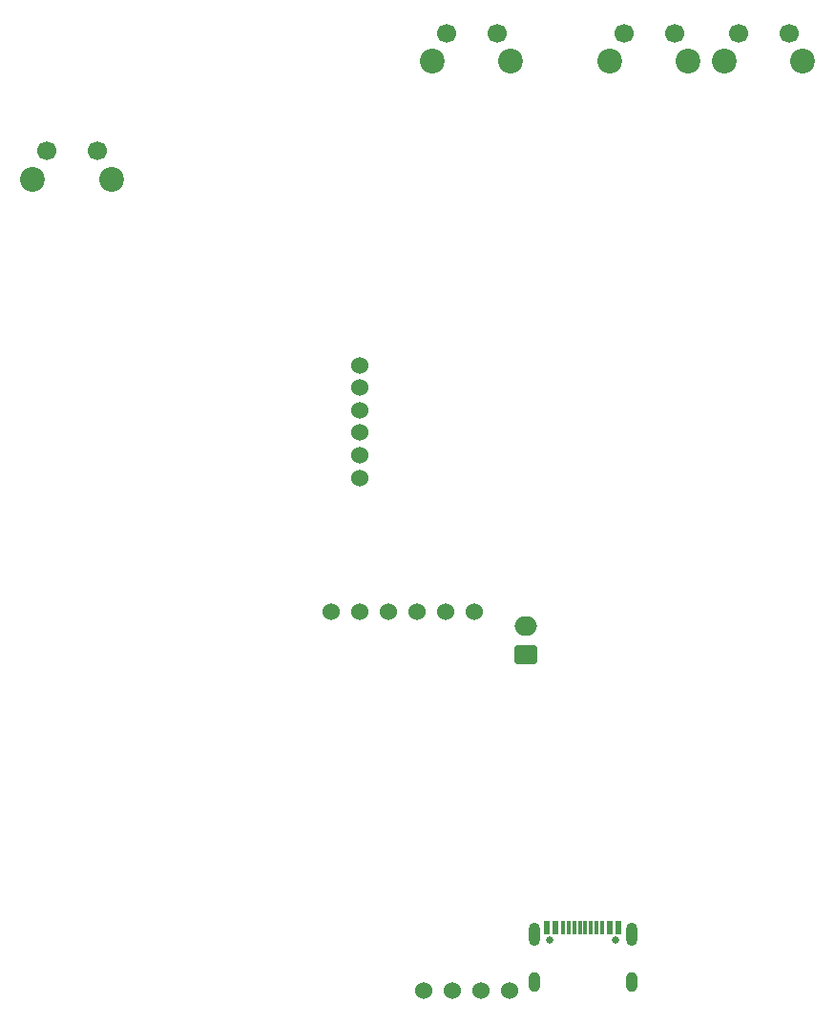
<source format=gbs>
%TF.GenerationSoftware,KiCad,Pcbnew,7.0.2-0*%
%TF.CreationDate,2025-01-26T18:27:29-07:00*%
%TF.ProjectId,LeftMB,4c656674-4d42-42e6-9b69-6361645f7063,rev?*%
%TF.SameCoordinates,Original*%
%TF.FileFunction,Soldermask,Bot*%
%TF.FilePolarity,Negative*%
%FSLAX46Y46*%
G04 Gerber Fmt 4.6, Leading zero omitted, Abs format (unit mm)*
G04 Created by KiCad (PCBNEW 7.0.2-0) date 2025-01-26 18:27:29*
%MOMM*%
%LPD*%
G01*
G04 APERTURE LIST*
G04 Aperture macros list*
%AMRoundRect*
0 Rectangle with rounded corners*
0 $1 Rounding radius*
0 $2 $3 $4 $5 $6 $7 $8 $9 X,Y pos of 4 corners*
0 Add a 4 corners polygon primitive as box body*
4,1,4,$2,$3,$4,$5,$6,$7,$8,$9,$2,$3,0*
0 Add four circle primitives for the rounded corners*
1,1,$1+$1,$2,$3*
1,1,$1+$1,$4,$5*
1,1,$1+$1,$6,$7*
1,1,$1+$1,$8,$9*
0 Add four rect primitives between the rounded corners*
20,1,$1+$1,$2,$3,$4,$5,0*
20,1,$1+$1,$4,$5,$6,$7,0*
20,1,$1+$1,$6,$7,$8,$9,0*
20,1,$1+$1,$8,$9,$2,$3,0*%
G04 Aperture macros list end*
%ADD10C,2.200000*%
%ADD11C,1.700000*%
%ADD12C,1.524000*%
%ADD13RoundRect,0.250000X0.750000X-0.600000X0.750000X0.600000X-0.750000X0.600000X-0.750000X-0.600000X0*%
%ADD14O,2.000000X1.700000*%
%ADD15C,0.650000*%
%ADD16R,0.600000X1.240000*%
%ADD17R,0.300000X1.240000*%
%ADD18O,1.000000X1.800000*%
%ADD19O,1.000000X2.100000*%
G04 APERTURE END LIST*
D10*
%TO.C,REF\u002A\u002A*%
X88992000Y-57237000D03*
X95992000Y-57237000D03*
D11*
X90242000Y-54737000D03*
X94742000Y-54737000D03*
%TD*%
D10*
%TO.C,REF\u002A\u002A*%
X104740000Y-57237000D03*
X111740000Y-57237000D03*
D11*
X105990000Y-54737000D03*
X110490000Y-54737000D03*
%TD*%
D10*
%TO.C,REF\u002A\u002A*%
X53523000Y-67687000D03*
X60523000Y-67687000D03*
D11*
X54773000Y-65187000D03*
X59273000Y-65187000D03*
%TD*%
D12*
%TO.C,REF\u002A\u002A*%
X82564000Y-84170000D03*
X82564000Y-90170000D03*
X82564000Y-86170000D03*
X82564000Y-92170000D03*
X82564000Y-88170000D03*
X82564000Y-94170000D03*
%TD*%
D10*
%TO.C,REF\u002A\u002A*%
X114900000Y-57237000D03*
X121900000Y-57237000D03*
D11*
X116150000Y-54737000D03*
X120650000Y-54737000D03*
%TD*%
D12*
%TO.C,B_Sav*%
X90805000Y-139700000D03*
X88265000Y-139700000D03*
X93345000Y-139700000D03*
X95885000Y-139700000D03*
%TD*%
%TO.C,Bat_Man*%
X92730000Y-106075000D03*
X85110000Y-106075000D03*
X87650000Y-106075000D03*
X80030000Y-106075000D03*
X82570000Y-106075000D03*
X90190000Y-106075000D03*
%TD*%
D13*
%TO.C,Battery*%
X97289500Y-109835000D03*
D14*
X97289500Y-107335000D03*
%TD*%
D15*
%TO.C,USB C*%
X105240000Y-135190000D03*
X99460000Y-135190000D03*
D16*
X105550000Y-134070000D03*
X104750000Y-134070000D03*
D17*
X103600000Y-134070000D03*
X102600000Y-134070000D03*
X102100000Y-134070000D03*
X101100000Y-134070000D03*
D16*
X99950000Y-134070000D03*
X99150000Y-134070000D03*
X99150000Y-134070000D03*
X99950000Y-134070000D03*
D17*
X100600000Y-134070000D03*
X101600000Y-134070000D03*
X103100000Y-134070000D03*
X104100000Y-134070000D03*
D16*
X104750000Y-134070000D03*
X105550000Y-134070000D03*
D18*
X106670000Y-138870000D03*
D19*
X106670000Y-134670000D03*
D18*
X98030000Y-138870000D03*
D19*
X98030000Y-134670000D03*
%TD*%
M02*

</source>
